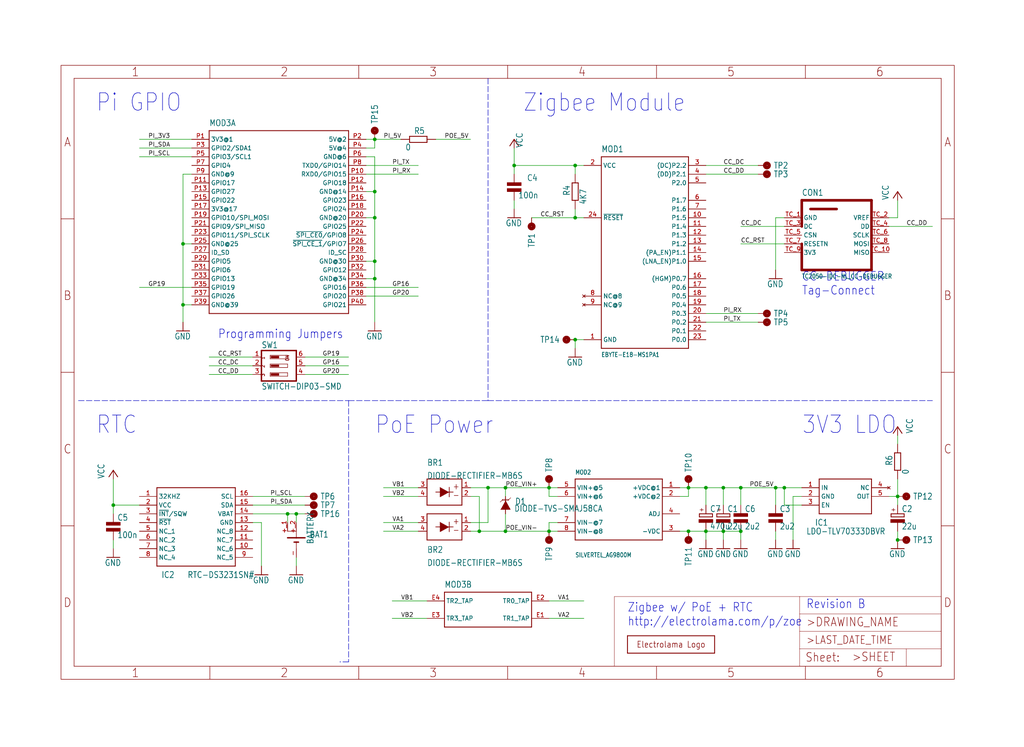
<source format=kicad_sch>
(kicad_sch (version 20211123) (generator eeschema)
  (paper "User" 298.45 217.881)
  (lib_symbols
    (symbol "eagleSchem-eagle-import:A4L-LOC"
      (symbol "A4L-LOC_1_0"
        (text "1" (at 21.6958 1.905 0) (effects (font (size 2.54 2.286))))
        (text "1" (at 21.6958 177.165 0) (effects (font (size 2.54 2.286))))
        (text "2" (at 65.0875 1.905 0) (effects (font (size 2.54 2.286))))
        (text "2" (at 65.0875 177.165 0) (effects (font (size 2.54 2.286))))
        (text "3" (at 108.4792 1.905 0) (effects (font (size 2.54 2.286))))
        (text "3" (at 108.4792 177.165 0) (effects (font (size 2.54 2.286))))
        (text "4" (at 151.8708 1.905 0) (effects (font (size 2.54 2.286))))
        (text "4" (at 151.8708 177.165 0) (effects (font (size 2.54 2.286))))
        (text "5" (at 195.2625 1.905 0) (effects (font (size 2.54 2.286))))
        (text "5" (at 195.2625 177.165 0) (effects (font (size 2.54 2.286))))
        (text "6" (at 238.6542 1.905 0) (effects (font (size 2.54 2.286))))
        (text "6" (at 238.6542 177.165 0) (effects (font (size 2.54 2.286))))
        (text ">DRAWING_NAME" (at 217.17 15.24 0) (effects (font (size 2.54 2.159)) (justify left bottom)))
        (text ">LAST_DATE_TIME" (at 217.17 10.16 0) (effects (font (size 2.286 1.9431)) (justify left bottom)))
        (text ">SHEET" (at 230.505 5.08 0) (effects (font (size 2.54 2.159)) (justify left bottom)))
        (text "A" (at 1.905 156.6863 0) (effects (font (size 2.54 2.286))))
        (text "A" (at 258.445 156.6863 0) (effects (font (size 2.54 2.286))))
        (text "B" (at 1.905 111.9188 0) (effects (font (size 2.54 2.286))))
        (text "B" (at 258.445 111.9188 0) (effects (font (size 2.54 2.286))))
        (text "C" (at 1.905 67.1513 0) (effects (font (size 2.54 2.286))))
        (text "C" (at 258.445 67.1513 0) (effects (font (size 2.54 2.286))))
        (text "D" (at 1.905 22.3838 0) (effects (font (size 2.54 2.286))))
        (text "D" (at 258.445 22.3838 0) (effects (font (size 2.54 2.286))))
        (text "Sheet:" (at 216.916 4.953 0) (effects (font (size 2.54 2.159)) (justify left bottom)))
      )
    )
    (symbol "eagleSchem-eagle-import:BATTERY"
      (property "Reference" "BAT" (at -1.27 3.175 0))
      (property "Value" "BATTERY" (at -1.27 -5.08 0))
      (symbol "BATTERY_1_0"
        (pin passive line (at 5.08 2.54 180) (length 2.54) (name "+1") (number "+_1"))
        (pin passive line (at 5.08 0 180) (length 2.54) (name "+2") (number "+_2"))
        (pin passive line (at -5.08 0 0) (length 2.54) (name "-") (number "-"))
      )
    )
    (symbol "eagleSchem-eagle-import:CAP-0603"
      (property "Reference" "C" (at 1.143 0.4826 0))
      (property "Value" "CAP-0603" (at 1.143 -4.5974 0))
      (symbol "CAP-0603_1_0"
        (pin passive line (at 0 2.54 270) (length 2.54) (name "1") (number "1"))
        (pin passive line (at 0 -5.08 90) (length 2.54) (name "2") (number "2"))
      )
    )
    (symbol "eagleSchem-eagle-import:CAP-POL-ELCO-D8-L10.5"
      (property "Reference" "C" (at 1.143 0.4826 0))
      (property "Value" "CAP-POL-ELCO-D8-L10.5" (at 1.143 -4.5974 0))
      (symbol "CAP-POL-ELCO-D8-L10.5_1_0"
        (text "+" (at -0.5842 0.4064 900) (effects (font (size 1.27 1.0795)) (justify left bottom)))
        (pin passive line (at 0 2.54 270) (length 2.54) (name "+") (number "+"))
        (pin passive line (at 0 -5.08 90) (length 2.54) (name "-") (number "-"))
      )
    )
    (symbol "eagleSchem-eagle-import:CAP-POL-TANT-A"
      (property "Reference" "C" (at 1.143 0.4826 0))
      (property "Value" "CAP-POL-TANT-A" (at 1.143 -4.5974 0))
      (symbol "CAP-POL-TANT-A_1_0"
        (text "+" (at -0.5842 0.4064 900) (effects (font (size 1.27 1.0795)) (justify left bottom)))
        (pin passive line (at 0 2.54 270) (length 2.54) (name "+") (number "+"))
        (pin passive line (at 0 -5.08 90) (length 2.54) (name "-") (number "-"))
      )
    )
    (symbol "eagleSchem-eagle-import:DIODE-RECTIFIER-MB6S"
      (property "Reference" "BR" (at -5.08 6.35 0))
      (property "Value" "DIODE-RECTIFIER-MB6S" (at -5.08 -5.08 0))
      (symbol "DIODE-RECTIFIER-MB6S_1_0"
        (text "+" (at 4.445 1.905 0) (effects (font (size 1.778 1.5113)) (justify right bottom)))
        (text "-" (at 4.445 -0.635 0) (effects (font (size 1.778 1.5113)) (justify right bottom)))
        (text "~" (at -4.445 -0.635 0) (effects (font (size 2.286 1.9431)) (justify left bottom)))
        (text "~" (at -4.445 1.905 0) (effects (font (size 2.286 1.9431)) (justify left bottom)))
        (pin bidirectional line (at 7.62 2.54 180) (length 2.54) (name "+") (number "1"))
        (pin bidirectional line (at 7.62 0 180) (length 2.54) (name "-") (number "2"))
        (pin bidirectional line (at -7.62 2.54 0) (length 2.54) (name "~{@3}") (number "3"))
        (pin bidirectional line (at -7.62 0 0) (length 2.54) (name "~{@4}") (number "4"))
      )
    )
    (symbol "eagleSchem-eagle-import:DIODE-TVS-SMAJ58CA"
      (property "Reference" "D" (at -2.3114 2.6416 0))
      (property "Value" "DIODE-TVS-SMAJ58CA" (at -2.5654 -4.4958 0))
      (symbol "DIODE-TVS-SMAJ58CA_1_0"
        (pin passive line (at 2.54 0 180) (length 2.54) (name "C") (number "1"))
        (pin passive line (at -2.54 0 0) (length 2.54) (name "A") (number "2"))
      )
    )
    (symbol "eagleSchem-eagle-import:EBYTE-E18-MS1PA1"
      (property "Reference" "MOD" (at -12.7 29.21 0))
      (property "Value" "EBYTE-E18-MS1PA1" (at -12.7 -30.48 0))
      (symbol "EBYTE-E18-MS1PA1_1_0"
        (pin power_in line (at -17.78 -25.4 0) (length 5.08) (name "GND") (number "1"))
        (pin bidirectional line (at 17.78 10.16 180) (length 5.08) (name "P1.5") (number "10"))
        (pin bidirectional line (at 17.78 7.62 180) (length 5.08) (name "P1.4") (number "11"))
        (pin bidirectional line (at 17.78 5.08 180) (length 5.08) (name "P1.3") (number "12"))
        (pin bidirectional line (at 17.78 2.54 180) (length 5.08) (name "P1.2") (number "13"))
        (pin output line (at 17.78 0 180) (length 5.08) (name "(PA_EN)P1.1") (number "14"))
        (pin output line (at 17.78 -2.54 180) (length 5.08) (name "(LNA_EN)P1.0") (number "15"))
        (pin output line (at 17.78 -7.62 180) (length 5.08) (name "(HGM)P0.7") (number "16"))
        (pin bidirectional line (at 17.78 -10.16 180) (length 5.08) (name "P0.6") (number "17"))
        (pin bidirectional line (at 17.78 -12.7 180) (length 5.08) (name "P0.5") (number "18"))
        (pin bidirectional line (at 17.78 -15.24 180) (length 5.08) (name "P0.4") (number "19"))
        (pin power_in line (at -17.78 25.4 0) (length 5.08) (name "VCC") (number "2"))
        (pin bidirectional line (at 17.78 -17.78 180) (length 5.08) (name "P0.3") (number "20"))
        (pin bidirectional line (at 17.78 -20.32 180) (length 5.08) (name "P0.2") (number "21"))
        (pin bidirectional line (at 17.78 -22.86 180) (length 5.08) (name "P0.1") (number "22"))
        (pin bidirectional line (at 17.78 -25.4 180) (length 5.08) (name "P0.0") (number "23"))
        (pin input line (at -17.78 10.16 0) (length 5.08) (name "~{RESET}") (number "24"))
        (pin bidirectional line (at 17.78 25.4 180) (length 5.08) (name "(DC)P2.2") (number "3"))
        (pin bidirectional line (at 17.78 22.86 180) (length 5.08) (name "(DD)P2.1") (number "4"))
        (pin bidirectional line (at 17.78 20.32 180) (length 5.08) (name "P2.0") (number "5"))
        (pin bidirectional line (at 17.78 15.24 180) (length 5.08) (name "P1.7") (number "6"))
        (pin bidirectional line (at 17.78 12.7 180) (length 5.08) (name "P1.6") (number "7"))
        (pin no_connect line (at -17.78 -12.7 0) (length 5.08) (name "NC@8") (number "8"))
        (pin no_connect line (at -17.78 -15.24 0) (length 5.08) (name "NC@9") (number "9"))
      )
    )
    (symbol "eagleSchem-eagle-import:GND" (power)
      (property "Value" "GND" (at -2.54 -2.54 0))
      (symbol "GND_1_0"
        (pin power_in line (at 0 2.54 270) (length 2.54) (name "GND") (number "1"))
      )
    )
    (symbol "eagleSchem-eagle-import:LDO-TLV70333DBVR"
      (property "Reference" "IC" (at 21.59 7.62 0))
      (property "Value" "LDO-TLV70333DBVR" (at 21.59 5.08 0))
      (symbol "LDO-TLV70333DBVR_1_0"
        (pin bidirectional line (at 0 0 0) (length 5.08) (name "IN") (number "1"))
        (pin bidirectional line (at 0 -2.54 0) (length 5.08) (name "GND") (number "2"))
        (pin bidirectional line (at 0 -5.08 0) (length 5.08) (name "EN") (number "3"))
        (pin no_connect line (at 25.4 0 180) (length 5.08) (name "NC") (number "4"))
        (pin bidirectional line (at 25.4 -2.54 180) (length 5.08) (name "OUT") (number "5"))
      )
    )
    (symbol "eagleSchem-eagle-import:LOGO-ELECTROLAMA"
      (symbol "LOGO-ELECTROLAMA_1_0"
        (text "Electrolama Logo" (at 0 0 0) (effects (font (size 1.778 1.5113))))
      )
    )
    (symbol "eagleSchem-eagle-import:RES-0603"
      (property "Reference" "R" (at -3.81 1.4986 0))
      (property "Value" "RES-0603" (at -3.81 -3.302 0))
      (symbol "RES-0603_1_0"
        (pin passive line (at -5.08 0 0) (length 2.54) (name "1") (number "1"))
        (pin passive line (at 5.08 0 180) (length 2.54) (name "2") (number "2"))
      )
    )
    (symbol "eagleSchem-eagle-import:RPI-HAT-FULL"
      (property "Reference" "MOD" (at -12.7 6.35 0))
      (symbol "RPI-HAT-FULL_1_0"
        (pin bidirectional line (at -25.4 22.86 0) (length 5.08) (name "3V3@1") (number "P1"))
        (pin bidirectional line (at 25.4 12.7 180) (length 5.08) (name "RXD0/GPIO15") (number "P10"))
        (pin bidirectional line (at -25.4 10.16 0) (length 5.08) (name "GPIO17") (number "P11"))
        (pin bidirectional line (at 25.4 10.16 180) (length 5.08) (name "GPIO18") (number "P12"))
        (pin bidirectional line (at -25.4 7.62 0) (length 5.08) (name "GPIO27") (number "P13"))
        (pin bidirectional line (at 25.4 7.62 180) (length 5.08) (name "GND@14") (number "P14"))
        (pin bidirectional line (at -25.4 5.08 0) (length 5.08) (name "GPIO22") (number "P15"))
        (pin bidirectional line (at 25.4 5.08 180) (length 5.08) (name "GPIO23") (number "P16"))
        (pin bidirectional line (at -25.4 2.54 0) (length 5.08) (name "3V3@17") (number "P17"))
        (pin bidirectional line (at 25.4 2.54 180) (length 5.08) (name "GPIO24") (number "P18"))
        (pin bidirectional line (at -25.4 0 0) (length 5.08) (name "GPIO10/SPI_MOSI") (number "P19"))
        (pin bidirectional line (at 25.4 22.86 180) (length 5.08) (name "5V@2") (number "P2"))
        (pin bidirectional line (at 25.4 0 180) (length 5.08) (name "GND@20") (number "P20"))
        (pin bidirectional line (at -25.4 -2.54 0) (length 5.08) (name "GPIO9/SPI_MISO") (number "P21"))
        (pin bidirectional line (at 25.4 -2.54 180) (length 5.08) (name "GPIO25") (number "P22"))
        (pin bidirectional line (at -25.4 -5.08 0) (length 5.08) (name "GPIO11/SPI_SCLK") (number "P23"))
        (pin bidirectional line (at 25.4 -5.08 180) (length 5.08) (name "~{SPI_CE0}/GPIO8") (number "P24"))
        (pin bidirectional line (at -25.4 -7.62 0) (length 5.08) (name "GND@25") (number "P25"))
        (pin bidirectional line (at 25.4 -7.62 180) (length 5.08) (name "~{SPI_CE_1}/GPIO7") (number "P26"))
        (pin bidirectional line (at -25.4 -10.16 0) (length 5.08) (name "ID_SD") (number "P27"))
        (pin bidirectional line (at 25.4 -10.16 180) (length 5.08) (name "ID_SC") (number "P28"))
        (pin bidirectional line (at -25.4 -12.7 0) (length 5.08) (name "GPIO5") (number "P29"))
        (pin bidirectional line (at -25.4 20.32 0) (length 5.08) (name "GPIO2/SDA1") (number "P3"))
        (pin bidirectional line (at 25.4 -12.7 180) (length 5.08) (name "GND@30") (number "P30"))
        (pin bidirectional line (at -25.4 -15.24 0) (length 5.08) (name "GPIO6") (number "P31"))
        (pin bidirectional line (at 25.4 -15.24 180) (length 5.08) (name "GPIO12") (number "P32"))
        (pin bidirectional line (at -25.4 -17.78 0) (length 5.08) (name "GPIO13") (number "P33"))
        (pin bidirectional line (at 25.4 -17.78 180) (length 5.08) (name "GND@34") (number "P34"))
        (pin bidirectional line (at -25.4 -20.32 0) (length 5.08) (name "GPIO19") (number "P35"))
        (pin bidirectional line (at 25.4 -20.32 180) (length 5.08) (name "GPIO16") (number "P36"))
        (pin bidirectional line (at -25.4 -22.86 0) (length 5.08) (name "GPIO26") (number "P37"))
        (pin bidirectional line (at 25.4 -22.86 180) (length 5.08) (name "GPIO20") (number "P38"))
        (pin bidirectional line (at -25.4 -25.4 0) (length 5.08) (name "GND@39") (number "P39"))
        (pin bidirectional line (at 25.4 20.32 180) (length 5.08) (name "5V@4") (number "P4"))
        (pin bidirectional line (at 25.4 -25.4 180) (length 5.08) (name "GPIO21") (number "P40"))
        (pin bidirectional line (at -25.4 17.78 0) (length 5.08) (name "GPIO3/SCL1") (number "P5"))
        (pin bidirectional line (at 25.4 17.78 180) (length 5.08) (name "GND@6") (number "P6"))
        (pin bidirectional line (at -25.4 15.24 0) (length 5.08) (name "GPIO4") (number "P7"))
        (pin bidirectional line (at 25.4 15.24 180) (length 5.08) (name "TXD0/GPIO14") (number "P8"))
        (pin bidirectional line (at -25.4 12.7 0) (length 5.08) (name "GND@9") (number "P9"))
      )
      (symbol "RPI-HAT-FULL_2_0"
        (pin bidirectional line (at 17.78 -2.54 180) (length 5.08) (name "TR1_TAP") (number "E1"))
        (pin bidirectional line (at 17.78 2.54 180) (length 5.08) (name "TR0_TAP") (number "E2"))
        (pin bidirectional line (at -17.78 -2.54 0) (length 5.08) (name "TR3_TAP") (number "E3"))
        (pin bidirectional line (at -17.78 2.54 0) (length 5.08) (name "TR2_TAP") (number "E4"))
      )
    )
    (symbol "eagleSchem-eagle-import:RTC-DS3231SN#"
      (property "Reference" "IC" (at 29.21 7.62 0))
      (property "Value" "RTC-DS3231SN#" (at 29.21 5.08 0))
      (symbol "RTC-DS3231SN#_1_0"
        (pin bidirectional line (at 0 0 0) (length 5.08) (name "32KHZ") (number "1"))
        (pin bidirectional line (at 33.02 -15.24 180) (length 5.08) (name "NC_6") (number "10"))
        (pin bidirectional line (at 33.02 -12.7 180) (length 5.08) (name "NC_7") (number "11"))
        (pin bidirectional line (at 33.02 -10.16 180) (length 5.08) (name "NC_8") (number "12"))
        (pin power_in line (at 33.02 -7.62 180) (length 5.08) (name "GND") (number "13"))
        (pin bidirectional line (at 33.02 -5.08 180) (length 5.08) (name "VBAT") (number "14"))
        (pin bidirectional line (at 33.02 -2.54 180) (length 5.08) (name "SDA") (number "15"))
        (pin bidirectional line (at 33.02 0 180) (length 5.08) (name "SCL") (number "16"))
        (pin power_in line (at 0 -2.54 0) (length 5.08) (name "VCC") (number "2"))
        (pin input line (at 0 -5.08 0) (length 5.08) (name "~{INT}/SQW") (number "3"))
        (pin input line (at 0 -7.62 0) (length 5.08) (name "~{RST}") (number "4"))
        (pin bidirectional line (at 0 -10.16 0) (length 5.08) (name "NC_1") (number "5"))
        (pin bidirectional line (at 0 -12.7 0) (length 5.08) (name "NC_2") (number "6"))
        (pin bidirectional line (at 0 -15.24 0) (length 5.08) (name "NC_3") (number "7"))
        (pin bidirectional line (at 0 -17.78 0) (length 5.08) (name "NC_4") (number "8"))
        (pin bidirectional line (at 33.02 -17.78 180) (length 5.08) (name "NC_5") (number "9"))
      )
    )
    (symbol "eagleSchem-eagle-import:SILVERTEL_AG9800M"
      (property "Reference" "MOD" (at -12.7 11.43 0))
      (property "Value" "SILVERTEL_AG9800M" (at -12.7 -10.16 0))
      (symbol "SILVERTEL_AG9800M_1_0"
        (pin bidirectional line (at 17.78 7.62 180) (length 5.08) (name "+VDC@1") (number "1"))
        (pin bidirectional line (at 17.78 5.08 180) (length 5.08) (name "+VDC@2") (number "2"))
        (pin bidirectional line (at 17.78 -5.08 180) (length 5.08) (name "-VDC") (number "3"))
        (pin bidirectional line (at 17.78 0 180) (length 5.08) (name "ADJ") (number "4"))
        (pin bidirectional line (at -17.78 7.62 0) (length 5.08) (name "VIN+@5") (number "5"))
        (pin bidirectional line (at -17.78 5.08 0) (length 5.08) (name "VIN+@6") (number "6"))
        (pin bidirectional line (at -17.78 -2.54 0) (length 5.08) (name "VIN-@7") (number "7"))
        (pin bidirectional line (at -17.78 -5.08 0) (length 5.08) (name "VIN-@8") (number "8"))
      )
    )
    (symbol "eagleSchem-eagle-import:SWITCH-DIP03-SMD"
      (property "Reference" "SW" (at -5.08 -5.08 90))
      (property "Value" "SWITCH-DIP03-SMD" (at 6.985 -5.08 90))
      (symbol "SWITCH-DIP03-SMD_1_0"
        (text "1" (at -2.794 -4.064 0) (effects (font (size 0.9906 0.842) (thickness 0.1684) bold) (justify left bottom)))
        (text "2" (at -0.381 -4.064 0) (effects (font (size 0.9906 0.842) (thickness 0.1684) bold) (justify left bottom)))
        (text "3" (at 2.159 -4.064 0) (effects (font (size 0.9906 0.842) (thickness 0.1684) bold) (justify left bottom)))
        (text "ON" (at -3.302 3.048 0) (effects (font (size 0.9906 0.842) (thickness 0.1684) bold) (justify left bottom)))
        (pin passive line (at -2.54 -7.62 90) (length 2.54) (name "1") (number "1"))
        (pin passive line (at 0 -7.62 90) (length 2.54) (name "2") (number "2"))
        (pin passive line (at 2.54 -7.62 90) (length 2.54) (name "3") (number "3"))
        (pin passive line (at 2.54 7.62 270) (length 2.54) (name "4") (number "4"))
        (pin passive line (at 0 7.62 270) (length 2.54) (name "5") (number "5"))
        (pin passive line (at -2.54 7.62 270) (length 2.54) (name "6") (number "6"))
      )
    )
    (symbol "eagleSchem-eagle-import:TC2050-IDC-NL_CC-DEBUGGER"
      (property "Reference" "CON" (at -10.16 11.43 0))
      (property "Value" "TC2050-IDC-NL_CC-DEBUGGER" (at -10.16 -12.7 0))
      (symbol "TC2050-IDC-NL_CC-DEBUGGER_1_0"
        (pin bidirectional line (at -15.24 5.08 0) (length 5.08) (name "GND") (number "TC_1"))
        (pin bidirectional line (at 15.24 -5.08 180) (length 5.08) (name "MISO") (number "TC_10"))
        (pin bidirectional line (at 15.24 5.08 180) (length 5.08) (name "VREF") (number "TC_2"))
        (pin bidirectional line (at -15.24 2.54 0) (length 5.08) (name "DC") (number "TC_3"))
        (pin bidirectional line (at 15.24 2.54 180) (length 5.08) (name "DD") (number "TC_4"))
        (pin bidirectional line (at -15.24 0 0) (length 5.08) (name "CSN") (number "TC_5"))
        (pin bidirectional line (at 15.24 0 180) (length 5.08) (name "SCLK") (number "TC_6"))
        (pin bidirectional line (at -15.24 -2.54 0) (length 5.08) (name "RESETN") (number "TC_7"))
        (pin bidirectional line (at 15.24 -2.54 180) (length 5.08) (name "MOSI") (number "TC_8"))
        (pin bidirectional line (at -15.24 -5.08 0) (length 5.08) (name "3V3") (number "TC_9"))
      )
    )
    (symbol "eagleSchem-eagle-import:TP"
      (property "Reference" "TP" (at 1.905 0 0))
      (symbol "TP_1_0"
        (pin bidirectional line (at -2.54 0 0) (length 2.54) (name "TP") (number "TP"))
      )
    )
    (symbol "eagleSchem-eagle-import:TP_DUAL_1206"
      (property "Reference" "R" (at -3.81 1.4986 0))
      (property "Value" "TP_DUAL_1206" (at -3.81 -3.302 0))
      (symbol "TP_DUAL_1206_1_0"
        (pin passive line (at -5.08 0 0) (length 2.54) (name "1") (number "1"))
        (pin passive line (at 5.08 0 180) (length 2.54) (name "2") (number "2"))
      )
    )
    (symbol "eagleSchem-eagle-import:VCC" (power)
      (property "Value" "VCC" (at -2.54 -2.54 90))
      (symbol "VCC_1_0"
        (pin power_in line (at 0 -2.54 90) (length 2.54) (name "VCC") (number "1"))
      )
    )
  )
  (junction (at 200.66 154.94))
  (junction (at 109.22 63.5))
  (junction (at 160.02 154.94))
  (junction (at 139.7 154.94))
  (junction (at 167.64 48.26))
  (junction (at 83.82 149.86))
  (junction (at 205.74 154.94))
  (junction (at 215.9 154.94))
  (junction (at 205.74 142.24))
  (junction (at 210.82 142.24))
  (junction (at 200.66 142.24))
  (junction (at 109.22 55.88))
  (junction (at 160.02 142.24))
  (junction (at 167.64 63.5))
  (junction (at 109.22 76.2))
  (junction (at 86.36 149.86))
  (junction (at 228.6 142.24))
  (junction (at 33.02 147.32))
  (junction (at 142.24 142.24))
  (junction (at 261.62 157.48))
  (junction (at 53.34 71.12))
  (junction (at 226.06 142.24))
  (junction (at 261.62 144.78))
  (junction (at 210.82 154.94))
  (junction (at 215.9 142.24))
  (junction (at 167.64 99.06))
  (junction (at 149.86 48.26))
  (junction (at 109.22 81.28))
  (junction (at 109.22 40.64))
  (junction (at 147.32 154.94))
  (junction (at 147.32 142.24))
  (junction (at 53.34 88.9))
  (wire (pts (xy 259.08 63.5) (xy 261.62 63.5)))
  (wire (pts (xy 200.66 144.78) (xy 200.66 142.24)))
  (wire (pts (xy 73.66 104.14) (xy 60.96 104.14)))
  (wire (pts (xy 40.64 147.32) (xy 33.02 147.32)))
  (wire (pts (xy 142.24 142.24) (xy 147.32 142.24)))
  (wire (pts (xy 149.86 48.26) (xy 149.86 43.18)))
  (wire (pts (xy 167.64 99.06) (xy 167.64 101.6)))
  (wire (pts (xy 167.64 63.5) (xy 154.94 63.5)))
  (wire (pts (xy 86.36 149.86) (xy 86.36 152.4)))
  (wire (pts (xy 226.06 142.24) (xy 226.06 147.32)))
  (wire (pts (xy 88.9 149.86) (xy 86.36 149.86)))
  (wire (pts (xy 106.68 63.5) (xy 109.22 63.5)))
  (wire (pts (xy 198.12 142.24) (xy 200.66 142.24)))
  (wire (pts (xy 53.34 71.12) (xy 53.34 88.9)))
  (wire (pts (xy 170.18 99.06) (xy 167.64 99.06)))
  (wire (pts (xy 228.6 147.32) (xy 228.6 142.24)))
  (wire (pts (xy 73.66 109.22) (xy 60.96 109.22)))
  (polyline (pts (xy 101.6 193.04) (xy 99.06 193.04)))
  (wire (pts (xy 86.36 162.56) (xy 86.36 165.1)))
  (wire (pts (xy 76.2 152.4) (xy 76.2 165.1)))
  (wire (pts (xy 167.64 48.26) (xy 149.86 48.26)))
  (wire (pts (xy 261.62 63.5) (xy 261.62 58.42)))
  (wire (pts (xy 162.56 144.78) (xy 160.02 144.78)))
  (wire (pts (xy 121.92 142.24) (xy 111.76 142.24)))
  (wire (pts (xy 228.6 71.12) (xy 215.9 71.12)))
  (wire (pts (xy 205.74 154.94) (xy 205.74 157.48)))
  (wire (pts (xy 198.12 154.94) (xy 200.66 154.94)))
  (wire (pts (xy 33.02 157.48) (xy 33.02 160.02)))
  (wire (pts (xy 106.68 50.8) (xy 121.92 50.8)))
  (wire (pts (xy 106.68 83.82) (xy 121.92 83.82)))
  (wire (pts (xy 109.22 63.5) (xy 109.22 76.2)))
  (wire (pts (xy 121.92 152.4) (xy 111.76 152.4)))
  (wire (pts (xy 73.66 144.78) (xy 88.9 144.78)))
  (wire (pts (xy 170.18 63.5) (xy 167.64 63.5)))
  (wire (pts (xy 106.68 76.2) (xy 109.22 76.2)))
  (wire (pts (xy 261.62 157.48) (xy 261.62 154.94)))
  (wire (pts (xy 53.34 50.8) (xy 53.34 71.12)))
  (wire (pts (xy 88.9 104.14) (xy 101.6 104.14)))
  (wire (pts (xy 142.24 152.4) (xy 142.24 142.24)))
  (wire (pts (xy 147.32 142.24) (xy 160.02 142.24)))
  (wire (pts (xy 210.82 147.32) (xy 210.82 142.24)))
  (wire (pts (xy 109.22 55.88) (xy 109.22 63.5)))
  (wire (pts (xy 121.92 144.78) (xy 111.76 144.78)))
  (wire (pts (xy 106.68 45.72) (xy 109.22 45.72)))
  (wire (pts (xy 261.62 147.32) (xy 261.62 144.78)))
  (wire (pts (xy 167.64 60.96) (xy 167.64 63.5)))
  (wire (pts (xy 124.46 180.34) (xy 114.3 180.34)))
  (wire (pts (xy 73.66 147.32) (xy 88.9 147.32)))
  (wire (pts (xy 259.08 144.78) (xy 261.62 144.78)))
  (wire (pts (xy 205.74 93.98) (xy 220.98 93.98)))
  (wire (pts (xy 167.64 50.8) (xy 167.64 48.26)))
  (wire (pts (xy 160.02 175.26) (xy 170.18 175.26)))
  (wire (pts (xy 259.08 66.04) (xy 271.78 66.04)))
  (wire (pts (xy 55.88 83.82) (xy 40.64 83.82)))
  (wire (pts (xy 170.18 48.26) (xy 167.64 48.26)))
  (wire (pts (xy 83.82 149.86) (xy 86.36 149.86)))
  (wire (pts (xy 109.22 40.64) (xy 116.84 40.64)))
  (wire (pts (xy 160.02 180.34) (xy 170.18 180.34)))
  (wire (pts (xy 205.74 91.44) (xy 220.98 91.44)))
  (wire (pts (xy 149.86 60.96) (xy 149.86 58.42)))
  (wire (pts (xy 160.02 142.24) (xy 162.56 142.24)))
  (wire (pts (xy 106.68 48.26) (xy 121.92 48.26)))
  (wire (pts (xy 233.68 142.24) (xy 228.6 142.24)))
  (wire (pts (xy 121.92 154.94) (xy 111.76 154.94)))
  (wire (pts (xy 53.34 88.9) (xy 53.34 93.98)))
  (wire (pts (xy 160.02 154.94) (xy 162.56 154.94)))
  (wire (pts (xy 160.02 152.4) (xy 160.02 154.94)))
  (wire (pts (xy 200.66 142.24) (xy 205.74 142.24)))
  (wire (pts (xy 162.56 152.4) (xy 160.02 152.4)))
  (wire (pts (xy 137.16 144.78) (xy 139.7 144.78)))
  (wire (pts (xy 215.9 147.32) (xy 215.9 142.24)))
  (wire (pts (xy 147.32 144.78) (xy 147.32 142.24)))
  (wire (pts (xy 55.88 43.18) (xy 40.64 43.18)))
  (polyline (pts (xy 101.6 116.84) (xy 142.24 116.84)))
  (wire (pts (xy 215.9 154.94) (xy 215.9 157.48)))
  (wire (pts (xy 198.12 144.78) (xy 200.66 144.78)))
  (wire (pts (xy 205.74 48.26) (xy 220.98 48.26)))
  (wire (pts (xy 73.66 152.4) (xy 76.2 152.4)))
  (wire (pts (xy 139.7 154.94) (xy 137.16 154.94)))
  (wire (pts (xy 88.9 106.68) (xy 101.6 106.68)))
  (wire (pts (xy 83.82 149.86) (xy 83.82 152.4)))
  (wire (pts (xy 228.6 63.5) (xy 226.06 63.5)))
  (wire (pts (xy 210.82 142.24) (xy 215.9 142.24)))
  (wire (pts (xy 106.68 43.18) (xy 109.22 43.18)))
  (wire (pts (xy 55.88 45.72) (xy 40.64 45.72)))
  (wire (pts (xy 88.9 109.22) (xy 101.6 109.22)))
  (wire (pts (xy 147.32 154.94) (xy 139.7 154.94)))
  (wire (pts (xy 160.02 144.78) (xy 160.02 142.24)))
  (polyline (pts (xy 142.24 22.86) (xy 142.24 116.84)))
  (wire (pts (xy 205.74 142.24) (xy 210.82 142.24)))
  (wire (pts (xy 109.22 45.72) (xy 109.22 55.88)))
  (wire (pts (xy 233.68 144.78) (xy 231.14 144.78)))
  (wire (pts (xy 73.66 149.86) (xy 83.82 149.86)))
  (wire (pts (xy 33.02 147.32) (xy 33.02 149.86)))
  (wire (pts (xy 73.66 106.68) (xy 60.96 106.68)))
  (wire (pts (xy 106.68 55.88) (xy 109.22 55.88)))
  (wire (pts (xy 210.82 154.94) (xy 210.82 157.48)))
  (wire (pts (xy 55.88 50.8) (xy 53.34 50.8)))
  (wire (pts (xy 55.88 71.12) (xy 53.34 71.12)))
  (polyline (pts (xy 22.86 116.84) (xy 101.6 116.84)))
  (wire (pts (xy 109.22 40.64) (xy 106.68 40.64)))
  (wire (pts (xy 226.06 63.5) (xy 226.06 78.74)))
  (wire (pts (xy 210.82 154.94) (xy 215.9 154.94)))
  (wire (pts (xy 109.22 81.28) (xy 109.22 93.98)))
  (wire (pts (xy 55.88 40.64) (xy 40.64 40.64)))
  (wire (pts (xy 106.68 81.28) (xy 109.22 81.28)))
  (wire (pts (xy 124.46 175.26) (xy 114.3 175.26)))
  (wire (pts (xy 109.22 76.2) (xy 109.22 81.28)))
  (wire (pts (xy 55.88 88.9) (xy 53.34 88.9)))
  (wire (pts (xy 137.16 152.4) (xy 142.24 152.4)))
  (wire (pts (xy 205.74 147.32) (xy 205.74 142.24)))
  (wire (pts (xy 215.9 142.24) (xy 226.06 142.24)))
  (wire (pts (xy 106.68 86.36) (xy 121.92 86.36)))
  (wire (pts (xy 127 40.64) (xy 137.16 40.64)))
  (wire (pts (xy 149.86 48.26) (xy 149.86 50.8)))
  (wire (pts (xy 228.6 142.24) (xy 226.06 142.24)))
  (wire (pts (xy 147.32 149.86) (xy 147.32 154.94)))
  (wire (pts (xy 205.74 50.8) (xy 220.98 50.8)))
  (wire (pts (xy 200.66 154.94) (xy 205.74 154.94)))
  (wire (pts (xy 205.74 154.94) (xy 210.82 154.94)))
  (wire (pts (xy 228.6 66.04) (xy 215.9 66.04)))
  (polyline (pts (xy 142.24 116.84) (xy 271.78 116.84)))
  (wire (pts (xy 137.16 142.24) (xy 142.24 142.24)))
  (wire (pts (xy 226.06 157.48) (xy 226.06 154.94)))
  (wire (pts (xy 231.14 144.78) (xy 231.14 157.48)))
  (wire (pts (xy 33.02 147.32) (xy 33.02 139.7)))
  (wire (pts (xy 261.62 139.7) (xy 261.62 144.78)))
  (wire (pts (xy 160.02 154.94) (xy 147.32 154.94)))
  (wire (pts (xy 139.7 144.78) (xy 139.7 154.94)))
  (wire (pts (xy 233.68 147.32) (xy 228.6 147.32)))
  (wire (pts (xy 109.22 43.18) (xy 109.22 40.64)))
  (polyline (pts (xy 101.6 116.84) (xy 101.6 193.04)))
  (wire (pts (xy 261.62 127) (xy 261.62 129.54)))
  (text "PoE Power" (at 109.22 127 180) (effects (font (size 5.08 4.318)) (justify left bottom)))
  (text "RTC" (at 27.94 127 180) (effects (font (size 5.08 4.318)) (justify left bottom)))
  (text "Zigbee Module" (at 152.4 33.02 180) (effects (font (size 5.08 4.318)) (justify left bottom)))
  (text "Programming Jumpers" (at 63.5 99.06 180) (effects (font (size 2.54 2.159)) (justify left bottom)))
  (text "Revision B" (at 234.95 177.8 180) (effects (font (size 2.54 2.159)) (justify left bottom)))
  (text "3V3 LDO" (at 233.68 127 180) (effects (font (size 5.08 4.318)) (justify left bottom)))
  (text "Pi GPIO" (at 27.94 33.02 180) (effects (font (size 5.08 4.318)) (justify left bottom)))
  (text "CC-DEBUGGER\nTag-Connect" (at 233.68 86.36 180) (effects (font (size 2.54 2.159)) (justify left bottom)))
  (text "Zigbee w/ PoE + RTC\nhttp://electrolama.com/p/zoe" (at 182.88 182.88 180) (effects (font (size 2.54 2.159)) (justify left bottom)))
  (label "GP19" (at 93.98 104.14 0) (effects (font (size 1.2446 1.2446))))
  (label "PI_SCL" (at 78.74 144.78 0) (effects (font (size 1.2446 1.2446))))
  (label "CC_DC" (at 63.5 106.68 0) (effects (font (size 1.2446 1.2446))))
  (label "PI_TX" (at 114.3 48.26 0) (effects (font (size 1.2446 1.2446))))
  (label "GP16" (at 114.3 83.82 0) (effects (font (size 1.2446 1.2446))))
  (label "POE_VIN+" (at 147.32 142.24 0) (effects (font (size 1.2446 1.2446))))
  (label "POE_VIN-" (at 147.32 154.94 0) (effects (font (size 1.2446 1.2446))))
  (label "PI_SDA" (at 43.18 43.18 0) (effects (font (size 1.2446 1.2446))))
  (label "VB1" (at 116.84 175.26 0) (effects (font (size 1.2446 1.2446))))
  (label "CC_RST" (at 157.48 63.5 0) (effects (font (size 1.2446 1.2446))))
  (label "PI_SCL" (at 43.18 45.72 0) (effects (font (size 1.2446 1.2446))))
  (label "VA1" (at 114.3 152.4 0) (effects (font (size 1.2446 1.2446))))
  (label "GP19" (at 43.18 83.82 0) (effects (font (size 1.2446 1.2446))))
  (label "PI_5V" (at 111.76 40.64 0) (effects (font (size 1.2446 1.2446))))
  (label "POE_5V" (at 218.44 142.24 0) (effects (font (size 1.2446 1.2446))))
  (label "PI_RX" (at 210.82 91.44 0) (effects (font (size 1.2446 1.2446))))
  (label "GP20" (at 93.98 109.22 0) (effects (font (size 1.2446 1.2446))))
  (label "VA2" (at 162.56 180.34 0) (effects (font (size 1.2446 1.2446))))
  (label "CC_DD" (at 210.82 50.8 0) (effects (font (size 1.2446 1.2446))))
  (label "CC_DC" (at 210.82 48.26 0) (effects (font (size 1.2446 1.2446))))
  (label "GP20" (at 114.3 86.36 0) (effects (font (size 1.2446 1.2446))))
  (label "VA1" (at 162.56 175.26 0) (effects (font (size 1.2446 1.2446))))
  (label "PI_SDA" (at 78.74 147.32 0) (effects (font (size 1.2446 1.2446))))
  (label "VA2" (at 114.3 154.94 0) (effects (font (size 1.2446 1.2446))))
  (label "CC_RST" (at 215.9 71.12 0) (effects (font (size 1.2446 1.2446))))
  (label "VB2" (at 114.3 144.78 0) (effects (font (size 1.2446 1.2446))))
  (label "CC_DD" (at 63.5 109.22 0) (effects (font (size 1.2446 1.2446))))
  (label "POE_5V" (at 129.54 40.64 0) (effects (font (size 1.2446 1.2446))))
  (label "VB2" (at 116.84 180.34 0) (effects (font (size 1.2446 1.2446))))
  (label "PI_RX" (at 114.3 50.8 0) (effects (font (size 1.2446 1.2446))))
  (label "CC_DD" (at 264.16 66.04 0) (effects (font (size 1.2446 1.2446))))
  (label "PI_TX" (at 210.82 93.98 0) (effects (font (size 1.2446 1.2446))))
  (label "GP16" (at 93.98 106.68 0) (effects (font (size 1.2446 1.2446))))
  (label "CC_DC" (at 215.9 66.04 0) (effects (font (size 1.2446 1.2446))))
  (label "CC_RST" (at 63.5 104.14 0) (effects (font (size 1.2446 1.2446))))
  (label "VB1" (at 114.3 142.24 0) (effects (font (size 1.2446 1.2446))))
  (label "PI_3V3" (at 43.18 40.64 0) (effects (font (size 1.2446 1.2446))))
  (symbol (lib_id "eagleSchem-eagle-import:VCC") (at 261.62 55.88 0) (unit 1)
    (property "Reference" "#P+4" (effects hide))
    (property "Value" "VCC" (at 259.08 58.42 90) (effects (font (size 1.778 1.5113)) (justify left bottom)))
    (property "Footprint" "eagleSchem:" (effects hide))
  )
  (symbol (lib_id "eagleSchem-eagle-import:GND") (at 167.64 104.14 0) (unit 1)
    (property "Reference" "#GND6" (effects hide))
    (property "Value" "GND" (at 165.1 106.68 0) (effects (font (size 1.778 1.5113)) (justify left bottom)))
    (property "Footprint" "eagleSchem:" (effects hide))
  )
  (symbol (lib_id "eagleSchem-eagle-import:RPI-HAT-FULL") (at 142.24 177.8 0) (unit 2)
    (property "Reference" "MOD3" (at 129.54 171.45 0) (effects (font (size 1.778 1.5113)) (justify left bottom)))
    (property "Value" "RPI-HAT-FULL" (effects hide))
    (property "Footprint" "eagleSchem:RPI-HAT-FULL" (effects hide))
  )
  (symbol (lib_id "eagleSchem-eagle-import:TP") (at 264.16 144.78 0) (unit 1)
    (property "Reference" "TP12" (at 266.065 144.78 0) (effects (font (size 1.778 1.5113)) (justify left)))
    (property "Value" "TP" (effects hide))
    (property "Footprint" "eagleSchem:TP" (effects hide))
  )
  (symbol (lib_id "eagleSchem-eagle-import:GND") (at 53.34 96.52 0) (unit 1)
    (property "Reference" "#GND4" (effects hide))
    (property "Value" "GND" (at 50.8 99.06 0) (effects (font (size 1.778 1.5113)) (justify left bottom)))
    (property "Footprint" "eagleSchem:" (effects hide))
  )
  (symbol (lib_id "eagleSchem-eagle-import:CAP-0603") (at 215.9 149.86 0) (unit 1)
    (property "Reference" "C6" (at 217.043 149.3774 0) (effects (font (size 1.778 1.5113)) (justify left bottom)))
    (property "Value" "2u2" (at 217.043 154.4574 0) (effects (font (size 1.778 1.5113)) (justify left bottom)))
    (property "Footprint" "eagleSchem:_PKG_C_0603" (effects hide))
  )
  (symbol (lib_id "eagleSchem-eagle-import:VCC") (at 149.86 40.64 0) (unit 1)
    (property "Reference" "#P+2" (effects hide))
    (property "Value" "VCC" (at 152.4 43.18 90) (effects (font (size 1.778 1.5113)) (justify left bottom)))
    (property "Footprint" "eagleSchem:" (effects hide))
  )
  (symbol (lib_id "eagleSchem-eagle-import:GND") (at 33.02 162.56 0) (unit 1)
    (property "Reference" "#GND11" (effects hide))
    (property "Value" "GND" (at 30.48 165.1 0) (effects (font (size 1.778 1.5113)) (justify left bottom)))
    (property "Footprint" "eagleSchem:" (effects hide))
  )
  (symbol (lib_id "eagleSchem-eagle-import:GND") (at 86.36 167.64 0) (unit 1)
    (property "Reference" "#GND1" (effects hide))
    (property "Value" "GND" (at 83.82 170.18 0) (effects (font (size 1.778 1.5113)) (justify left bottom)))
    (property "Footprint" "eagleSchem:" (effects hide))
  )
  (symbol (lib_id "eagleSchem-eagle-import:TP") (at 264.16 157.48 0) (unit 1)
    (property "Reference" "TP13" (at 266.065 157.48 0) (effects (font (size 1.778 1.5113)) (justify left)))
    (property "Value" "TP" (effects hide))
    (property "Footprint" "eagleSchem:TP" (effects hide))
  )
  (symbol (lib_id "eagleSchem-eagle-import:CAP-POL-TANT-A") (at 210.82 149.86 0) (unit 1)
    (property "Reference" "C1" (at 211.963 149.3774 0) (effects (font (size 1.778 1.5113)) (justify left bottom)))
    (property "Value" "22u" (at 211.963 154.4574 0) (effects (font (size 1.778 1.5113)) (justify left bottom)))
    (property "Footprint" "eagleSchem:_CAP_TANT_A_3216-18R" (effects hide))
  )
  (symbol (lib_id "eagleSchem-eagle-import:SILVERTEL_AG9800M") (at 180.34 149.86 0) (unit 1)
    (property "Reference" "MOD2" (at 167.64 138.43 0) (effects (font (size 1.27 1.0795)) (justify left bottom)))
    (property "Value" "SILVERTEL_AG9800M" (at 167.64 162.56 0) (effects (font (size 1.27 1.0795)) (justify left bottom)))
    (property "Footprint" "eagleSchem:SILVERTEL_AG9800M" (effects hide))
  )
  (symbol (lib_id "eagleSchem-eagle-import:GND") (at 226.06 81.28 0) (unit 1)
    (property "Reference" "#GND14" (effects hide))
    (property "Value" "GND" (at 223.52 83.82 0) (effects (font (size 1.778 1.5113)) (justify left bottom)))
    (property "Footprint" "eagleSchem:" (effects hide))
  )
  (symbol (lib_id "eagleSchem-eagle-import:GND") (at 215.9 160.02 0) (unit 1)
    (property "Reference" "#GND12" (effects hide))
    (property "Value" "GND" (at 213.36 162.56 0) (effects (font (size 1.778 1.5113)) (justify left bottom)))
    (property "Footprint" "eagleSchem:" (effects hide))
  )
  (symbol (lib_id "eagleSchem-eagle-import:GND") (at 210.82 160.02 0) (unit 1)
    (property "Reference" "#GND5" (effects hide))
    (property "Value" "GND" (at 208.28 162.56 0) (effects (font (size 1.778 1.5113)) (justify left bottom)))
    (property "Footprint" "eagleSchem:" (effects hide))
  )
  (symbol (lib_id "eagleSchem-eagle-import:A4L-LOC") (at 17.78 198.12 0) (unit 1)
    (property "Reference" "#FRAME1" (effects hide))
    (property "Value" "A4L-LOC" (effects hide))
    (property "Footprint" "eagleSchem:" (effects hide))
  )
  (symbol (lib_id "eagleSchem-eagle-import:GND") (at 226.06 160.02 0) (unit 1)
    (property "Reference" "#GND9" (effects hide))
    (property "Value" "GND" (at 223.52 162.56 0) (effects (font (size 1.778 1.5113)) (justify left bottom)))
    (property "Footprint" "eagleSchem:" (effects hide))
  )
  (symbol (lib_id "eagleSchem-eagle-import:GND") (at 76.2 167.64 0) (unit 1)
    (property "Reference" "#GND2" (effects hide))
    (property "Value" "GND" (at 73.66 170.18 0) (effects (font (size 1.778 1.5113)) (justify left bottom)))
    (property "Footprint" "eagleSchem:" (effects hide))
  )
  (symbol (lib_id "eagleSchem-eagle-import:RTC-DS3231SN#") (at 40.64 144.78 0) (unit 1)
    (property "Reference" "IC2" (at 46.99 167.64 0) (effects (font (size 1.778 1.5113)) (justify left)))
    (property "Value" "RTC-DS3231SN#" (at 54.61 167.64 0) (effects (font (size 1.778 1.5113)) (justify left)))
    (property "Footprint" "eagleSchem:SOIC127P1032X265-16N" (effects hide))
  )
  (symbol (lib_id "eagleSchem-eagle-import:DIODE-RECTIFIER-MB6S") (at 129.54 154.94 0) (unit 1)
    (property "Reference" "BR2" (at 124.46 161.29 0) (effects (font (size 1.778 1.5113)) (justify left bottom)))
    (property "Value" "DIODE-RECTIFIER-MB6S" (at 124.46 165.1 0) (effects (font (size 1.778 1.5113)) (justify left bottom)))
    (property "Footprint" "eagleSchem:SOP254P665X270-4N" (effects hide))
  )
  (symbol (lib_id "eagleSchem-eagle-import:RPI-HAT-FULL") (at 81.28 63.5 0) (unit 1)
    (property "Reference" "MOD3" (at 60.96 36.83 0) (effects (font (size 1.778 1.5113)) (justify left bottom)))
    (property "Value" "RPI-HAT-FULL" (effects hide))
    (property "Footprint" "eagleSchem:RPI-HAT-FULL" (effects hide))
  )
  (symbol (lib_id "eagleSchem-eagle-import:TC2050-IDC-NL_CC-DEBUGGER") (at 243.84 68.58 0) (unit 1)
    (property "Reference" "CON1" (at 233.68 57.15 0) (effects (font (size 1.778 1.5113)) (justify left bottom)))
    (property "Value" "TC2050-IDC-NL_CC-DEBUGGER" (at 233.68 81.28 0) (effects (font (size 1.27 1.0795)) (justify left bottom)))
    (property "Footprint" "eagleSchem:TC2050-IDC-NL" (effects hide))
  )
  (symbol (lib_id "eagleSchem-eagle-import:GND") (at 205.74 160.02 0) (unit 1)
    (property "Reference" "#GND13" (effects hide))
    (property "Value" "GND" (at 203.2 162.56 0) (effects (font (size 1.778 1.5113)) (justify left bottom)))
    (property "Footprint" "eagleSchem:" (effects hide))
  )
  (symbol (lib_id "eagleSchem-eagle-import:LOGO-ELECTROLAMA") (at 195.58 187.96 0) (unit 1)
    (property "Reference" "U$1" (effects hide))
    (property "Value" "LOGO-ELECTROLAMA" (effects hide))
    (property "Footprint" "eagleSchem:ELECTROLAMA" (effects hide))
  )
  (symbol (lib_id "eagleSchem-eagle-import:LDO-TLV70333DBVR") (at 233.68 142.24 0) (unit 1)
    (property "Reference" "IC1" (at 237.49 152.4 0) (effects (font (size 1.778 1.5113)) (justify left)))
    (property "Value" "LDO-TLV70333DBVR" (at 234.95 154.94 0) (effects (font (size 1.778 1.5113)) (justify left)))
    (property "Footprint" "eagleSchem:SOT95P280X145-5N" (effects hide))
  )
  (symbol (lib_id "eagleSchem-eagle-import:TP") (at 200.66 157.48 270) (unit 1)
    (property "Reference" "TP11" (at 200.66 159.385 0) (effects (font (size 1.778 1.5113)) (justify left)))
    (property "Value" "TP" (effects hide))
    (property "Footprint" "eagleSchem:TP" (effects hide))
  )
  (symbol (lib_id "eagleSchem-eagle-import:TP_DUAL_1206") (at 261.62 134.62 90) (unit 1)
    (property "Reference" "R6" (at 260.1214 135.89 0) (effects (font (size 1.778 1.5113)) (justify left bottom)))
    (property "Value" "0" (at 264.922 138.43 0) (effects (font (size 1.778 1.5113)) (justify left bottom)))
    (property "Footprint" "eagleSchem:TP_DUAL_1206" (effects hide))
  )
  (symbol (lib_id "eagleSchem-eagle-import:SWITCH-DIP03-SMD") (at 81.28 106.68 270) (unit 1)
    (property "Reference" "SW1" (at 76.2 101.6 90) (effects (font (size 1.778 1.5113)) (justify left bottom)))
    (property "Value" "SWITCH-DIP03-SMD" (at 76.2 113.665 90) (effects (font (size 1.778 1.5113)) (justify left bottom)))
    (property "Footprint" "eagleSchem:DSHP03TS-S" (effects hide))
  )
  (symbol (lib_id "eagleSchem-eagle-import:GND") (at 261.62 160.02 0) (unit 1)
    (property "Reference" "#GND8" (effects hide))
    (property "Value" "GND" (at 259.08 162.56 0) (effects (font (size 1.778 1.5113)) (justify left bottom)))
    (property "Footprint" "eagleSchem:" (effects hide))
  )
  (symbol (lib_id "eagleSchem-eagle-import:TP_DUAL_1206") (at 121.92 40.64 0) (unit 1)
    (property "Reference" "R5" (at 120.65 39.1414 0) (effects (font (size 1.778 1.5113)) (justify left bottom)))
    (property "Value" "0" (at 118.11 43.942 0) (effects (font (size 1.778 1.5113)) (justify left bottom)))
    (property "Footprint" "eagleSchem:TP_DUAL_1206" (effects hide))
  )
  (symbol (lib_id "eagleSchem-eagle-import:TP") (at 165.1 99.06 180) (unit 1)
    (property "Reference" "TP14" (at 163.195 99.06 0) (effects (font (size 1.778 1.5113)) (justify left)))
    (property "Value" "TP" (effects hide))
    (property "Footprint" "eagleSchem:TP" (effects hide))
  )
  (symbol (lib_id "eagleSchem-eagle-import:TP") (at 154.94 66.04 270) (unit 1)
    (property "Reference" "TP1" (at 154.94 67.945 0) (effects (font (size 1.778 1.5113)) (justify left)))
    (property "Value" "TP" (effects hide))
    (property "Footprint" "eagleSchem:TP" (effects hide))
  )
  (symbol (lib_id "eagleSchem-eagle-import:CAP-0603") (at 226.06 149.86 0) (unit 1)
    (property "Reference" "C3" (at 227.203 149.3774 0) (effects (font (size 1.778 1.5113)) (justify left bottom)))
    (property "Value" "2u2" (at 227.203 154.4574 0) (effects (font (size 1.778 1.5113)) (justify left bottom)))
    (property "Footprint" "eagleSchem:_PKG_C_0603" (effects hide))
  )
  (symbol (lib_id "eagleSchem-eagle-import:TP") (at 91.44 144.78 0) (unit 1)
    (property "Reference" "TP6" (at 93.345 144.78 0) (effects (font (size 1.778 1.5113)) (justify left)))
    (property "Value" "TP" (effects hide))
    (property "Footprint" "eagleSchem:TP" (effects hide))
  )
  (symbol (lib_id "eagleSchem-eagle-import:BATTERY") (at 86.36 157.48 90) (unit 1)
    (property "Reference" "BAT1" (at 90.17 156.845 90) (effects (font (size 1.778 1.5113)) (justify right top)))
    (property "Value" "BATTERY" (at 91.44 158.75 0) (effects (font (size 1.778 1.5113)) (justify left bottom)))
    (property "Footprint" "eagleSchem:KEYSTONE_3001" (effects hide))
  )
  (symbol (lib_id "eagleSchem-eagle-import:GND") (at 231.14 160.02 0) (unit 1)
    (property "Reference" "#GND10" (effects hide))
    (property "Value" "GND" (at 228.6 162.56 0) (effects (font (size 1.778 1.5113)) (justify left bottom)))
    (property "Footprint" "eagleSchem:" (effects hide))
  )
  (symbol (lib_id "eagleSchem-eagle-import:GND") (at 109.22 96.52 0) (unit 1)
    (property "Reference" "#GND3" (effects hide))
    (property "Value" "GND" (at 106.68 99.06 0) (effects (font (size 1.778 1.5113)) (justify left bottom)))
    (property "Footprint" "eagleSchem:" (effects hide))
  )
  (symbol (lib_id "eagleSchem-eagle-import:DIODE-RECTIFIER-MB6S") (at 129.54 144.78 0) (unit 1)
    (property "Reference" "BR1" (at 124.46 135.89 0) (effects (font (size 1.778 1.5113)) (justify left bottom)))
    (property "Value" "DIODE-RECTIFIER-MB6S" (at 124.46 139.7 0) (effects (font (size 1.778 1.5113)) (justify left bottom)))
    (property "Footprint" "eagleSchem:SOP254P665X270-4N" (effects hide))
  )
  (symbol (lib_id "eagleSchem-eagle-import:TP") (at 223.52 91.44 0) (unit 1)
    (property "Reference" "TP4" (at 225.425 91.44 0) (effects (font (size 1.778 1.5113)) (justify left)))
    (property "Value" "TP" (effects hide))
    (property "Footprint" "eagleSchem:TP" (effects hide))
  )
  (symbol (lib_id "eagleSchem-eagle-import:TP") (at 160.02 139.7 90) (unit 1)
    (property "Reference" "TP8" (at 160.02 137.795 0) (effects (font (size 1.778 1.5113)) (justify left)))
    (property "Value" "TP" (effects hide))
    (property "Footprint" "eagleSchem:TP" (effects hide))
  )
  (symbol (lib_id "eagleSchem-eagle-import:VCC") (at 33.02 137.16 0) (unit 1)
    (property "Reference" "#P+3" (effects hide))
    (property "Value" "VCC" (at 30.48 139.7 90) (effects (font (size 1.778 1.5113)) (justify left bottom)))
    (property "Footprint" "eagleSchem:" (effects hide))
  )
  (symbol (lib_id "eagleSchem-eagle-import:TP") (at 223.52 48.26 0) (unit 1)
    (property "Reference" "TP2" (at 225.425 48.26 0) (effects (font (size 1.778 1.5113)) (justify left)))
    (property "Value" "TP" (effects hide))
    (property "Footprint" "eagleSchem:TP" (effects hide))
  )
  (symbol (lib_id "eagleSchem-eagle-import:TP") (at 109.22 38.1 90) (unit 1)
    (property "Reference" "TP15" (at 109.22 36.195 0) (effects (font (size 1.778 1.5113)) (justify left)))
    (property "Value" "TP" (effects hide))
    (property "Footprint" "eagleSchem:TP" (effects hide))
  )
  (symbol (lib_id "eagleSchem-eagle-import:TP") (at 223.52 93.98 0) (unit 1)
    (property "Reference" "TP5" (at 225.425 93.98 0) (effects (font (size 1.778 1.5113)) (justify left)))
    (property "Value" "TP" (effects hide))
    (property "Footprint" "eagleSchem:TP" (effects hide))
  )
  (symbol (lib_id "eagleSchem-eagle-import:GND") (at 149.86 63.5 0) (unit 1)
    (property "Reference" "#GND7" (effects hide))
    (property "Value" "GND" (at 147.32 66.04 0) (effects (font (size 1.778 1.5113)) (justify left bottom)))
    (property "Footprint" "eagleSchem:" (effects hide))
  )
  (symbol (lib_id "eagleSchem-eagle-import:TP") (at 223.52 50.8 0) (unit 1)
    (property "Reference" "TP3" (at 225.425 50.8 0) (effects (font (size 1.778 1.5113)) (justify left)))
    (property "Value" "TP" (effects hide))
    (property "Footprint" "eagleSchem:TP" (effects hide))
  )
  (symbol (lib_id "eagleSchem-eagle-import:EBYTE-E18-MS1PA1") (at 187.96 73.66 0) (unit 1)
    (property "Reference" "MOD1" (at 175.26 44.45 0) (effects (font (size 1.778 1.5113)) (justify left bottom)))
    (property "Value" "EBYTE-E18-MS1PA1" (at 175.26 104.14 0) (effects (font (size 1.27 1.0795)) (justify left bottom)))
    (property "Footprint" "eagleSchem:EBYTE-E18-MS1PA1" (effects hide))
  )
  (symbol (lib_id "eagleSchem-eagle-import:DIODE-TVS-SMAJ58CA") (at 147.32 147.32 90) (unit 1)
    (property "Reference" "D1" (at 150.0886 147.2184 90) (effects (font (size 1.778 1.5113)) (justify right top)))
    (property "Value" "DIODE-TVS-SMAJ58CA" (at 149.8346 149.2758 90) (effects (font (size 1.778 1.5113)) (justify right top)))
    (property "Footprint" "eagleSchem:DIOM5126X250N-NOPOL" (effects hide))
  )
  (symbol (lib_id "eagleSchem-eagle-import:TP") (at 160.02 157.48 270) (unit 1)
    (property "Reference" "TP9" (at 160.02 159.385 0) (effects (font (size 1.778 1.5113)) (justify left)))
    (property "Value" "TP" (effects hide))
    (property "Footprint" "eagleSchem:TP" (effects hide))
  )
  (symbol (lib_id "eagleSchem-eagle-import:TP") (at 91.44 149.86 0) (unit 1)
    (property "Reference" "TP16" (at 93.345 149.86 0) (effects (font (size 1.778 1.5113)) (justify left)))
    (property "Value" "TP" (effects hide))
    (property "Footprint" "eagleSchem:TP" (effects hide))
  )
  (symbol (lib_id "eagleSchem-eagle-import:CAP-POL-ELCO-D8-L10.5") (at 205.74 149.86 0) (unit 1)
    (property "Reference" "C7" (at 206.883 149.3774 0) (effects (font (size 1.778 1.5113)) (justify left bottom)))
    (property "Value" "470u" (at 206.883 154.4574 0) (effects (font (size 1.778 1.5113)) (justify left bottom)))
    (property "Footprint" "eagleSchem:_CAP_ELCO_D8_L10.5" (effects hide))
  )
  (symbol (lib_id "eagleSchem-eagle-import:TP") (at 200.66 139.7 90) (unit 1)
    (property "Reference" "TP10" (at 200.66 137.795 0) (effects (font (size 1.778 1.5113)) (justify left)))
    (property "Value" "TP" (effects hide))
    (property "Footprint" "eagleSchem:TP" (effects hide))
  )
  (symbol (lib_id "eagleSchem-eagle-import:RES-0603") (at 167.64 55.88 90) (unit 1)
    (property "Reference" "R4" (at 166.1414 57.15 0) (effects (font (size 1.778 1.5113)) (justify left bottom)))
    (property "Value" "4K7" (at 170.942 59.69 0) (effects (font (size 1.778 1.5113)) (justify left bottom)))
    (property "Footprint" "eagleSchem:_PKG_C_0603" (effects hide))
  )
  (symbol (lib_id "eagleSchem-eagle-import:CAP-0603") (at 33.02 152.4 0) (unit 1)
    (property "Reference" "C5" (at 34.163 151.9174 0) (effects (font (size 1.778 1.5113)) (justify left bottom)))
    (property "Value" "100n" (at 34.163 156.9974 0) (effects (font (size 1.778 1.5113)) (justify left bottom)))
    (property "Footprint" "eagleSchem:_PKG_C_0603" (effects hide))
  )
  (symbol (lib_id "eagleSchem-eagle-import:VCC") (at 261.62 124.46 0) (unit 1)
    (property "Reference" "#P+1" (effects hide))
    (property "Value" "VCC" (at 264.16 121.92 90) (effects (font (size 1.778 1.5113)) (justify right top)))
    (property "Footprint" "eagleSchem:" (effects hide))
  )
  (symbol (lib_id "eagleSchem-eagle-import:CAP-0603") (at 149.86 53.34 0) (unit 1)
    (property "Reference" "C4" (at 153.543 52.8574 0) (effects (font (size 1.778 1.5113)) (justify left bottom)))
    (property "Value" "100n" (at 151.003 57.9374 0) (effects (font (size 1.778 1.5113)) (justify left bottom)))
    (property "Footprint" "eagleSchem:_PKG_C_0603" (effects hide))
  )
  (symbol (lib_id "eagleSchem-eagle-import:TP") (at 91.44 147.32 0) (unit 1)
    (property "Reference" "TP7" (at 93.345 147.32 0) (effects (font (size 1.778 1.5113)) (justify left)))
    (property "Value" "TP" (effects hide))
    (property "Footprint" "eagleSchem:TP" (effects hide))
  )
  (symbol (lib_id "eagleSchem-eagle-import:CAP-POL-TANT-A") (at 261.62 149.86 0) (unit 1)
    (property "Reference" "C2" (at 262.763 149.3774 0) (effects (font (size 1.778 1.5113)) (justify left bottom)))
    (property "Value" "22u" (at 262.763 154.4574 0) (effects (font (size 1.778 1.5113)) (justify left bottom)))
    (property "Footprint" "eagleSchem:_CAP_TANT_A_3216-18R" (effects hide))
  )
)
</source>
